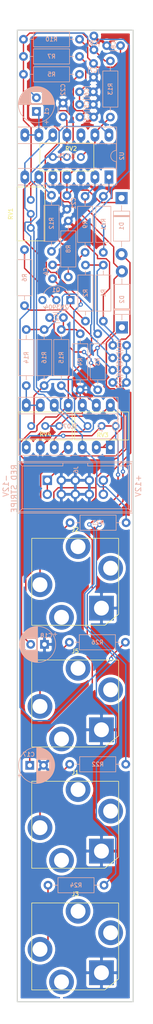
<source format=kicad_pcb>
(kicad_pcb (version 20171130) (host pcbnew "(5.1.9)-1")
  (layers (0 F.Cu signal) (31 B.Cu signal) (34 B.Paste user) (35 F.Paste user) (36 B.SilkS user) (37 F.SilkS user) (38 B.Mask user) (39 F.Mask user) (44 Edge.Cuts user))
  (net 0 "")
  (net 1 "Net-(R3-Pad2)")
  (net 2 "Net-(U2-Pad8)")
  (net 3 "Net-(C1-Pad1)")
  (net 4 GND)
  (net 5 "Net-(C2-Pad2)")
  (net 6 "Net-(C2-Pad1)")
  (net 7 "Net-(C3-Pad1)")
  (net 8 "Net-(C4-Pad2)")
  (net 9 "Net-(C4-Pad1)")
  (net 10 "Net-(C5-Pad1)")
  (net 11 "Net-(C7-Pad1)")
  (net 12 "Net-(C9-Pad1)")
  (net 13 "Net-(C10-Pad2)")
  (net 14 +12V)
  (net 15 -12V)
  (net 16 "Net-(D1-Pad2)")
  (net 17 "Net-(D2-Pad1)")
  (net 18 "Net-(J1-PadT)")
  (net 19 "Net-(J1-PadTN)")
  (net 20 "Net-(J2-PadT)")
  (net 21 "Net-(J2-PadTN)")
  (net 22 "Net-(J3-PadTN)")
  (net 23 "Net-(J3-PadT)")
  (net 24 "Net-(J5-PadTN)")
  (net 25 "Net-(J5-PadT)")
  (net 26 "Net-(Q1-Pad2)")
  (net 27 "Net-(Q1-Pad3)")
  (net 28 "Net-(R11-Pad2)")
  (net 29 "Net-(R11-Pad1)")
  (net 30 "Net-(R12-Pad1)")
  (net 31 "Net-(R13-Pad1)")
  (net 32 "Net-(R14-Pad1)")
  (net 33 "Net-(R15-Pad1)")
  (net 34 "Net-(R16-Pad1)")
  (net 35 /brown)
  (net 36 /white)
  (net 37 /violet)
  (net 38 /pink)
  (module ao_tht:Jack_6.35mm_PJ_629HAN (layer F.Cu) (at 29.0195 105.7275)
    (fp_text reference J2 (at 0 -9.5) (layer F.SilkS) (effects (font (size 0.75 0.75))))
    (fp_text value AudioJack2_SwitchT)
    (pad T thru_hole circle (at -6.4 0.5) (size 4.5 4.5) (drill 2.7) (layers *.Cu *.Mask) (net 20 "Net-(J2-PadT)"))
    (pad S thru_hole rect (at 4.74 4.74) (size 4.500001 4.500001) (drill 2.7) (layers *.Cu *.Mask) (net 4 GND))
    (pad R thru_hole circle (at 0.5 -6.4) (size 4.500001 4.500001) (drill 2.7) (layers *.Cu *.Mask))
    (pad TN thru_hole circle (at -2.5 6.4) (size 4.5 4.5) (drill 2.7) (layers *.Cu *.Mask) (net 21 "Net-(J2-PadTN)"))
    (pad RN thru_hole circle (at 6.4 -2.5) (size 4.500001 4.500001) (drill 2.7) (layers *.Cu *.Mask))
  )
  (module ao_tht:Jack_6.35mm_PJ_629HAN (layer F.Cu) (at 29.0195 149.733)
    (fp_text reference J1 (at 0 -9.5) (layer F.SilkS) (effects (font (size 0.75 0.75))))
    (fp_text value AudioJack2_SwitchT)
    (pad T thru_hole circle (at -6.4 0.5) (size 4.5 4.5) (drill 2.7) (layers *.Cu *.Mask) (net 18 "Net-(J1-PadT)"))
    (pad S thru_hole rect (at 4.74 4.74) (size 4.500001 4.500001) (drill 2.7) (layers *.Cu *.Mask) (net 4 GND))
    (pad R thru_hole circle (at 0.5 -6.4) (size 4.500001 4.500001) (drill 2.7) (layers *.Cu *.Mask))
    (pad TN thru_hole circle (at -2.5 6.4) (size 4.5 4.5) (drill 2.7) (layers *.Cu *.Mask) (net 19 "Net-(J1-PadTN)"))
    (pad RN thru_hole circle (at 6.4 -2.5) (size 4.500001 4.500001) (drill 2.7) (layers *.Cu *.Mask))
  )
  (module ao_tht:Jack_6.35mm_PJ_629HAN (layer F.Cu) (at 29.0195 171.7675)
    (fp_text reference J3 (at 0 -9.5) (layer F.SilkS) (effects (font (size 0.75 0.75))))
    (fp_text value AudioJack2_SwitchT)
    (pad RN thru_hole circle (at 6.4 -2.5) (size 4.500001 4.500001) (drill 2.7) (layers *.Cu *.Mask))
    (pad TN thru_hole circle (at -2.5 6.4) (size 4.5 4.5) (drill 2.7) (layers *.Cu *.Mask) (net 22 "Net-(J3-PadTN)"))
    (pad R thru_hole circle (at 0.5 -6.4) (size 4.500001 4.500001) (drill 2.7) (layers *.Cu *.Mask))
    (pad S thru_hole rect (at 4.74 4.74) (size 4.500001 4.500001) (drill 2.7) (layers *.Cu *.Mask) (net 4 GND))
    (pad T thru_hole circle (at -6.4 0.5) (size 4.5 4.5) (drill 2.7) (layers *.Cu *.Mask) (net 23 "Net-(J3-PadT)"))
  )
  (module ao_tht:Jack_6.35mm_PJ_629HAN (layer F.Cu) (at 29.0195 127.762)
    (fp_text reference J5 (at 0 -9.5) (layer F.SilkS) (effects (font (size 0.75 0.75))))
    (fp_text value AudioJack2_SwitchT)
    (pad RN thru_hole circle (at 6.4 -2.5) (size 4.500001 4.500001) (drill 2.7) (layers *.Cu *.Mask))
    (pad TN thru_hole circle (at -2.5 6.4) (size 4.5 4.5) (drill 2.7) (layers *.Cu *.Mask) (net 24 "Net-(J5-PadTN)"))
    (pad R thru_hole circle (at 0.5 -6.4) (size 4.500001 4.500001) (drill 2.7) (layers *.Cu *.Mask))
    (pad S thru_hole rect (at 4.74 4.74) (size 4.500001 4.500001) (drill 2.7) (layers *.Cu *.Mask) (net 4 GND))
    (pad T thru_hole circle (at -6.4 0.5) (size 4.5 4.5) (drill 2.7) (layers *.Cu *.Mask) (net 25 "Net-(J5-PadT)"))
  )
  (module ao_tht:C_Disc_D3.0mm_W1.6mm_P2.50mm (layer B.Cu) (at 35.814 62.865)
    (fp_text reference C1 (at 1.2065 0.0635 270) (layer B.SilkS) (effects (font (size 0.75 0.75)) (justify mirror)))
    (fp_text value 1uF)
    (pad 2 thru_hole circle (at 2.5 0) (size 1.6 1.6) (drill 0.8) (layers *.Cu *.Mask) (net 4 GND))
    (pad 1 thru_hole circle (at 0 0) (size 1.6 1.6) (drill 0.8) (layers *.Cu *.Mask) (net 3 "Net-(C1-Pad1)"))
  )
  (module ao_tht:CP_Radial_D6.3mm_P2.50mm (layer B.Cu) (at 21.971 20.5105 90)
    (fp_text reference c1 (at 0 1.8415 90) (layer B.SilkS) (effects (font (size 0.75 0.75)) (justify mirror)))
    (fp_text value 10uF)
    (pad 1 thru_hole rect (at 0 0 90) (size 1.6 1.6) (drill 0.8) (layers *.Cu *.Mask) (net 2 "Net-(U2-Pad8)"))
    (pad 2 thru_hole circle (at 2.5 0 90) (size 1.6 1.6) (drill 0.8) (layers *.Cu *.Mask) (net 1 "Net-(R3-Pad2)"))
  )
  (module ao_tht:C_Disc_D3.0mm_W1.6mm_P2.50mm (layer B.Cu) (at 26.8605 57.8485 180)
    (fp_text reference C2 (at 1.3335 0 270) (layer B.SilkS) (effects (font (size 0.75 0.75)) (justify mirror)))
    (fp_text value 3.3nF)
    (pad 1 thru_hole circle (at 0 0 180) (size 1.6 1.6) (drill 0.8) (layers *.Cu *.Mask) (net 6 "Net-(C2-Pad1)"))
    (pad 2 thru_hole circle (at 2.5 0 180) (size 1.6 1.6) (drill 0.8) (layers *.Cu *.Mask) (net 5 "Net-(C2-Pad2)"))
  )
  (module ao_tht:C_Disc_D3.0mm_W1.6mm_P2.50mm (layer B.Cu) (at 29.845 21.5265)
    (fp_text reference C3 (at 1.2065 -0.0635 270) (layer B.SilkS) (effects (font (size 0.75 0.75)) (justify mirror)))
    (fp_text value 1uF)
    (pad 2 thru_hole circle (at 2.5 0) (size 1.6 1.6) (drill 0.8) (layers *.Cu *.Mask) (net 4 GND))
    (pad 1 thru_hole circle (at 0 0) (size 1.6 1.6) (drill 0.8) (layers *.Cu *.Mask) (net 7 "Net-(C3-Pad1)"))
  )
  (module ao_tht:C_Disc_D3.0mm_W1.6mm_P2.50mm (layer B.Cu) (at 24.892 50.8 90)
    (fp_text reference C4 (at 1.3335 -1.2065 90) (layer B.SilkS) (effects (font (size 0.75 0.75)) (justify mirror)))
    (fp_text value 1uF)
    (pad 1 thru_hole circle (at 0 0 90) (size 1.6 1.6) (drill 0.8) (layers *.Cu *.Mask) (net 9 "Net-(C4-Pad1)"))
    (pad 2 thru_hole circle (at 2.5 0 90) (size 1.6 1.6) (drill 0.8) (layers *.Cu *.Mask) (net 8 "Net-(C4-Pad2)"))
  )
  (module ao_tht:C_Disc_D3.0mm_W1.6mm_P2.50mm (layer B.Cu) (at 29.7815 19.2405)
    (fp_text reference C5 (at 1.27 0 90) (layer B.SilkS) (effects (font (size 0.75 0.75)) (justify mirror)))
    (fp_text value 220nF)
    (pad 1 thru_hole circle (at 0 0) (size 1.6 1.6) (drill 0.8) (layers *.Cu *.Mask) (net 10 "Net-(C5-Pad1)"))
    (pad 2 thru_hole circle (at 2.5 0) (size 1.6 1.6) (drill 0.8) (layers *.Cu *.Mask) (net 4 GND))
  )
  (module ao_tht:C_Disc_D3.0mm_W1.6mm_P2.50mm (layer B.Cu) (at 29.7815 16.9545)
    (fp_text reference C6 (at 1.27 0.0635 90) (layer B.SilkS) (effects (font (size 0.75 0.75)) (justify mirror)))
    (fp_text value 47nF)
    (pad 1 thru_hole circle (at 0 0) (size 1.6 1.6) (drill 0.8) (layers *.Cu *.Mask) (net 10 "Net-(C5-Pad1)"))
    (pad 2 thru_hole circle (at 2.5 0) (size 1.6 1.6) (drill 0.8) (layers *.Cu *.Mask) (net 4 GND))
  )
  (module ao_tht:C_Disc_D3.0mm_W1.6mm_P2.50mm (layer B.Cu) (at 32.3215 11.811 270)
    (fp_text reference C7 (at 1.241999 0) (layer B.SilkS) (effects (font (size 0.75 0.75)) (justify mirror)))
    (fp_text value 47nF)
    (pad 2 thru_hole circle (at 2.5 0 270) (size 1.6 1.6) (drill 0.8) (layers *.Cu *.Mask) (net 4 GND))
    (pad 1 thru_hole circle (at 0 0 270) (size 1.6 1.6) (drill 0.8) (layers *.Cu *.Mask) (net 11 "Net-(C7-Pad1)"))
  )
  (module ao_tht:C_Disc_D3.0mm_W1.6mm_P2.50mm (layer B.Cu) (at 37.211 8.5725 180)
    (fp_text reference C8 (at 1.27 0.127 90) (layer B.SilkS) (effects (font (size 0.75 0.75)) (justify mirror)))
    (fp_text value 47nF)
    (pad 1 thru_hole circle (at 0 0 180) (size 1.6 1.6) (drill 0.8) (layers *.Cu *.Mask) (net 11 "Net-(C7-Pad1)"))
    (pad 2 thru_hole circle (at 2.5 0 180) (size 1.6 1.6) (drill 0.8) (layers *.Cu *.Mask) (net 4 GND))
  )
  (module ao_tht:C_Disc_D3.0mm_W1.6mm_P2.50mm (layer B.Cu) (at 32.385 9.3345 90)
    (fp_text reference C9 (at 1.2065 0 180) (layer B.SilkS) (effects (font (size 0.75 0.75)) (justify mirror)))
    (fp_text value 33nF)
    (pad 2 thru_hole circle (at 2.5 0 90) (size 1.6 1.6) (drill 0.8) (layers *.Cu *.Mask) (net 4 GND))
    (pad 1 thru_hole circle (at 0 0 90) (size 1.6 1.6) (drill 0.8) (layers *.Cu *.Mask) (net 12 "Net-(C9-Pad1)"))
  )
  (module ao_tht:C_Disc_D3.0mm_W1.6mm_P2.50mm (layer B.Cu) (at 38.2905 65.151 180)
    (fp_text reference C10 (at 1.258499 0.008001 270) (layer B.SilkS) (effects (font (size 0.75 0.75)) (justify mirror)))
    (fp_text value 1uF)
    (pad 2 thru_hole circle (at 2.5 0 180) (size 1.6 1.6) (drill 0.8) (layers *.Cu *.Mask) (net 13 "Net-(C10-Pad2)"))
    (pad 1 thru_hole circle (at 0 0 180) (size 1.6 1.6) (drill 0.8) (layers *.Cu *.Mask) (net 4 GND))
  )
  (module ao_tht:CP_Radial_D6.3mm_P2.50mm (layer B.Cu) (at 20.7645 138.938)
    (fp_text reference C17 (at -0.1905 -1.9685) (layer B.SilkS) (effects (font (size 0.75 0.75)) (justify mirror)))
    (fp_text value 10uF)
    (pad 1 thru_hole rect (at 0 0) (size 1.6 1.6) (drill 0.8) (layers *.Cu *.Mask) (net 14 +12V))
    (pad 2 thru_hole circle (at 2.5 0) (size 1.6 1.6) (drill 0.8) (layers *.Cu *.Mask) (net 4 GND))
  )
  (module ao_tht:CP_Radial_D6.3mm_P2.50mm (layer B.Cu) (at 23.4315 117.0305 180)
    (fp_text reference C18 (at -0.3175 1.5875) (layer B.SilkS) (effects (font (size 0.75 0.75)) (justify mirror)))
    (fp_text value 10uF)
    (pad 2 thru_hole circle (at 2.5 0 180) (size 1.6 1.6) (drill 0.8) (layers *.Cu *.Mask) (net 15 -12V))
    (pad 1 thru_hole rect (at 0 0 180) (size 1.6 1.6) (drill 0.8) (layers *.Cu *.Mask) (net 4 GND))
  )
  (module ao_tht:C_Disc_D3.0mm_W1.6mm_P2.50mm (layer B.Cu) (at 27.4955 38.227 90)
    (fp_text reference C21 (at 1.0795 1.2065 90) (layer B.SilkS) (effects (font (size 0.75 0.75)) (justify mirror)))
    (fp_text value 0.1uF)
    (pad 1 thru_hole circle (at 0 0 90) (size 1.6 1.6) (drill 0.8) (layers *.Cu *.Mask) (net 4 GND))
    (pad 2 thru_hole circle (at 2.5 0 90) (size 1.6 1.6) (drill 0.8) (layers *.Cu *.Mask) (net 14 +12V))
  )
  (module ao_tht:C_Disc_D3.0mm_W1.6mm_P2.50mm (layer B.Cu) (at 26.797 18.9865 270)
    (fp_text reference C22 (at -2.413 0 90) (layer B.SilkS) (effects (font (size 0.75 0.75)) (justify mirror)))
    (fp_text value 0.1uF)
    (pad 1 thru_hole circle (at 0 0 270) (size 1.6 1.6) (drill 0.8) (layers *.Cu *.Mask) (net 4 GND))
    (pad 2 thru_hole circle (at 2.5 0 270) (size 1.6 1.6) (drill 0.8) (layers *.Cu *.Mask) (net 15 -12V))
  )
  (module ao_tht:C_Disc_D3.0mm_W1.6mm_P2.50mm (layer B.Cu) (at 38.2905 69.596 180)
    (fp_text reference C23 (at 1.2065 0 270) (layer B.SilkS) (effects (font (size 0.75 0.75)) (justify mirror)))
    (fp_text value 0.1uF)
    (pad 2 thru_hole circle (at 2.5 0 180) (size 1.6 1.6) (drill 0.8) (layers *.Cu *.Mask) (net 14 +12V))
    (pad 1 thru_hole circle (at 0 0 180) (size 1.6 1.6) (drill 0.8) (layers *.Cu *.Mask) (net 4 GND))
  )
  (module ao_tht:C_Disc_D3.0mm_W1.6mm_P2.50mm (layer B.Cu) (at 38.2905 67.3735 180)
    (fp_text reference C24 (at 1.27 0 270) (layer B.SilkS) (effects (font (size 0.75 0.75)) (justify mirror)))
    (fp_text value 0.1uF)
    (pad 2 thru_hole circle (at 2.5 0 180) (size 1.6 1.6) (drill 0.8) (layers *.Cu *.Mask) (net 15 -12V))
    (pad 1 thru_hole circle (at 0 0 180) (size 1.6 1.6) (drill 0.8) (layers *.Cu *.Mask) (net 4 GND))
  )
  (module ao_tht:D_DO-41_SOD81_P10.16mm_Horizontal (layer B.Cu) (at 37.4015 36.195 270)
    (fp_text reference D1 (at 5.08 0 270) (layer B.SilkS) (effects (font (size 0.75 0.75)) (justify mirror)))
    (fp_text value 1N5817)
    (pad 1 thru_hole rect (at 0 0 270) (size 2.2 2.2) (drill 1.1) (layers *.Cu *.Mask) (net 14 +12V))
    (pad 2 thru_hole oval (at 10.16 0 270) (size 2.2 2.2) (drill 1.1) (layers *.Cu *.Mask) (net 16 "Net-(D1-Pad2)"))
  )
  (module ao_tht:D_DO-41_SOD81_P10.16mm_Horizontal (layer B.Cu) (at 37.465 59.6265 90)
    (fp_text reference D2 (at 5.08 0 270) (layer B.SilkS) (effects (font (size 0.75 0.75)) (justify mirror)))
    (fp_text value 1N5817)
    (pad 2 thru_hole oval (at 10.16 0 90) (size 2.2 2.2) (drill 1.1) (layers *.Cu *.Mask) (net 15 -12V))
    (pad 1 thru_hole rect (at 0 0 90) (size 2.2 2.2) (drill 1.1) (layers *.Cu *.Mask) (net 17 "Net-(D2-Pad1)"))
  )
  (module ao_tht:Power_Header (layer B.Cu) (at 23.9395 87.3125 270)
    (fp_text reference J6 (at -1.905 -5.207 270) (layer B.SilkS) (effects (font (size 0.75 0.75)) (justify mirror)))
    (fp_text value Synth_power_2x5_passive)
    (fp_text user +12V (at 1 -16.5 270) (layer B.SilkS) (effects (justify mirror)))
    (fp_text user -12V (at 1 7.5 270) (layer B.SilkS) (effects (justify mirror)))
    (fp_text user "RED STRIPE" (at 1.5 6 270) (layer B.SilkS) (effects (justify mirror)))
    (pad 1 thru_hole rect (at 0 0 270) (size 1.7272 1.7272) (drill 1.016) (layers *.Cu *.Mask) (net 17 "Net-(D2-Pad1)"))
    (pad 2 thru_hole oval (at 2.54 0 270) (size 1.7272 1.7272) (drill 1.016) (layers *.Cu *.Mask) (net 17 "Net-(D2-Pad1)"))
    (pad 3 thru_hole oval (at 0 -2.54 270) (size 1.7272 1.7272) (drill 1.016) (layers *.Cu *.Mask) (net 4 GND))
    (pad 4 thru_hole oval (at 2.54 -2.54 270) (size 1.7272 1.7272) (drill 1.016) (layers *.Cu *.Mask) (net 4 GND))
    (pad 5 thru_hole oval (at 0 -5.08 270) (size 1.7272 1.7272) (drill 1.016) (layers *.Cu *.Mask) (net 4 GND))
    (pad 6 thru_hole oval (at 2.54 -5.08 270) (size 1.7272 1.7272) (drill 1.016) (layers *.Cu *.Mask) (net 4 GND))
    (pad 7 thru_hole oval (at 0 -7.62 270) (size 1.7272 1.7272) (drill 1.016) (layers *.Cu *.Mask) (net 4 GND))
    (pad 8 thru_hole oval (at 2.54 -7.62 270) (size 1.7272 1.7272) (drill 1.016) (layers *.Cu *.Mask) (net 4 GND))
    (pad 9 thru_hole oval (at 0 -10.16 270) (size 1.7272 1.7272) (drill 1.016) (layers *.Cu *.Mask) (net 16 "Net-(D1-Pad2)"))
    (pad 10 thru_hole oval (at 2.54 -10.16 270) (size 1.7272 1.7272) (drill 1.016) (layers *.Cu *.Mask) (net 16 "Net-(D1-Pad2)"))
  )
  (module ao_tht:TO-92_Inline_Wide (layer B.Cu) (at 28.1305 54.6735 180)
    (fp_text reference Q1 (at 2.6035 1.8415) (layer B.SilkS) (effects (font (size 0.75 0.75)) (justify mirror)))
    (fp_text value 2N3904)
    (fp_text user %V (at 2.54 -1.27) (layer B.SilkS) (effects (font (size 0.75 0.75)) (justify mirror)))
    (pad 2 thru_hole circle (at 2.54 0 90) (size 1.5 1.5) (drill 0.8) (layers *.Cu *.Mask) (net 26 "Net-(Q1-Pad2)"))
    (pad 3 thru_hole circle (at 5.08 0 90) (size 1.5 1.5) (drill 0.8) (layers *.Cu *.Mask) (net 27 "Net-(Q1-Pad3)"))
    (pad 1 thru_hole rect (at 0 0 90) (size 1.5 1.5) (drill 0.8) (layers *.Cu *.Mask) (net 9 "Net-(C4-Pad1)"))
  )
  (module ao_tht:R_Axial_DIN0207_L6.3mm_D2.5mm_P10.16mm_Horizontal (layer B.Cu) (at 34.0995 48.3235 270)
    (fp_text reference R1 (at 5.08 0 90) (layer B.SilkS) (effects (font (size 0.75 0.75)) (justify mirror)))
    (fp_text value 470k)
    (pad 1 thru_hole circle (at 0 0 270) (size 1.6 1.6) (drill 0.8) (layers *.Cu *.Mask) (net 3 "Net-(C1-Pad1)"))
    (pad 2 thru_hole oval (at 10.16 0 270) (size 1.6 1.6) (drill 0.8) (layers *.Cu *.Mask) (net 14 +12V))
  )
  (module ao_tht:R_Axial_DIN0207_L6.3mm_D2.5mm_P10.16mm_Horizontal (layer B.Cu) (at 30.861 58.4835 90)
    (fp_text reference R2 (at 5.08 0 90) (layer B.SilkS) (effects (font (size 0.75 0.75)) (justify mirror)))
    (fp_text value 470k)
    (pad 2 thru_hole oval (at 10.16 0 90) (size 1.6 1.6) (drill 0.8) (layers *.Cu *.Mask) (net 3 "Net-(C1-Pad1)"))
    (pad 1 thru_hole circle (at 0 0 90) (size 1.6 1.6) (drill 0.8) (layers *.Cu *.Mask) (net 9 "Net-(C4-Pad1)"))
  )
  (module ao_tht:R_Axial_DIN0207_L6.3mm_D2.5mm_P10.16mm_Horizontal (layer B.Cu) (at 33.0835 70.9295 90)
    (fp_text reference R3 (at 5.08 0 90) (layer B.SilkS) (effects (font (size 0.75 0.75)) (justify mirror)))
    (fp_text value 6k8)
    (pad 2 thru_hole oval (at 10.16 0 90) (size 1.6 1.6) (drill 0.8) (layers *.Cu *.Mask) (net 1 "Net-(R3-Pad2)"))
    (pad 1 thru_hole circle (at 0 0 90) (size 1.6 1.6) (drill 0.8) (layers *.Cu *.Mask) (net 12 "Net-(C9-Pad1)"))
  )
  (module ao_tht:R_Axial_DIN0207_L6.3mm_D2.5mm_P10.16mm_Horizontal (layer B.Cu) (at 29.9085 70.9295 90)
    (fp_text reference R4 (at 5.08 0 90) (layer B.SilkS) (effects (font (size 0.75 0.75)) (justify mirror)))
    (fp_text value 10k)
    (pad 1 thru_hole circle (at 0 0 90) (size 1.6 1.6) (drill 0.8) (layers *.Cu *.Mask) (net 4 GND))
    (pad 2 thru_hole oval (at 10.16 0 90) (size 1.6 1.6) (drill 0.8) (layers *.Cu *.Mask) (net 6 "Net-(C2-Pad1)"))
  )
  (module ao_tht:R_Axial_DIN0207_L6.3mm_D2.5mm_P10.16mm_Horizontal (layer B.Cu) (at 29.7815 13.7795 180)
    (fp_text reference R5 (at 5.08 0) (layer B.SilkS) (effects (font (size 0.75 0.75)) (justify mirror)))
    (fp_text value 3k)
    (pad 2 thru_hole oval (at 10.16 0 180) (size 1.6 1.6) (drill 0.8) (layers *.Cu *.Mask) (net 12 "Net-(C9-Pad1)"))
    (pad 1 thru_hole circle (at 0 0 180) (size 1.6 1.6) (drill 0.8) (layers *.Cu *.Mask) (net 7 "Net-(C3-Pad1)"))
  )
  (module ao_tht:R_Axial_DIN0207_L6.3mm_D2.5mm_P10.16mm_Horizontal (layer B.Cu) (at 19.812 55.6895 90)
    (fp_text reference R6 (at 5.08 0 90) (layer B.SilkS) (effects (font (size 0.75 0.75)) (justify mirror)))
    (fp_text value 10k)
    (pad 1 thru_hole circle (at 0 0 90) (size 1.6 1.6) (drill 0.8) (layers *.Cu *.Mask) (net 15 -12V))
    (pad 2 thru_hole oval (at 10.16 0 90) (size 1.6 1.6) (drill 0.8) (layers *.Cu *.Mask) (net 26 "Net-(Q1-Pad2)"))
  )
  (module ao_tht:R_Axial_DIN0207_L6.3mm_D2.5mm_P10.16mm_Horizontal (layer B.Cu) (at 29.7815 10.541 180)
    (fp_text reference R7 (at 5.08 0) (layer B.SilkS) (effects (font (size 0.75 0.75)) (justify mirror)))
    (fp_text value 1k)
    (pad 2 thru_hole oval (at 10.16 0 180) (size 1.6 1.6) (drill 0.8) (layers *.Cu *.Mask) (net 12 "Net-(C9-Pad1)"))
    (pad 1 thru_hole circle (at 0 0 180) (size 1.6 1.6) (drill 0.8) (layers *.Cu *.Mask) (net 10 "Net-(C5-Pad1)"))
  )
  (module ao_tht:R_Axial_DIN0207_L6.3mm_D2.5mm_P10.16mm_Horizontal (layer B.Cu) (at 27.7495 40.3225 270)
    (fp_text reference R8 (at 5.08 0 90) (layer B.SilkS) (effects (font (size 0.75 0.75)) (justify mirror)))
    (fp_text value 470k)
    (pad 2 thru_hole oval (at 10.16 0 270) (size 1.6 1.6) (drill 0.8) (layers *.Cu *.Mask) (net 8 "Net-(C4-Pad2)"))
    (pad 1 thru_hole circle (at 0 0 270) (size 1.6 1.6) (drill 0.8) (layers *.Cu *.Mask) (net 4 GND))
  )
  (module ao_tht:R_Axial_DIN0207_L6.3mm_D2.5mm_P10.16mm_Horizontal (layer B.Cu) (at 30.7975 35.8775 270)
    (fp_text reference R9 (at 5.08 0 90) (layer B.SilkS) (effects (font (size 0.75 0.75)) (justify mirror)))
    (fp_text value 10k)
    (pad 1 thru_hole circle (at 0 0 270) (size 1.6 1.6) (drill 0.8) (layers *.Cu *.Mask) (net 28 "Net-(R11-Pad2)"))
    (pad 2 thru_hole oval (at 10.16 0 270) (size 1.6 1.6) (drill 0.8) (layers *.Cu *.Mask) (net 8 "Net-(C4-Pad2)"))
  )
  (module ao_tht:R_Axial_DIN0207_L6.3mm_D2.5mm_P10.16mm_Horizontal (layer B.Cu) (at 29.7815 7.4295 180)
    (fp_text reference R10 (at 5.08 0) (layer B.SilkS) (effects (font (size 0.75 0.75)) (justify mirror)))
    (fp_text value 300)
    (pad 1 thru_hole circle (at 0 0 180) (size 1.6 1.6) (drill 0.8) (layers *.Cu *.Mask) (net 11 "Net-(C7-Pad1)"))
    (pad 2 thru_hole oval (at 10.16 0 180) (size 1.6 1.6) (drill 0.8) (layers *.Cu *.Mask) (net 12 "Net-(C9-Pad1)"))
  )
  (module ao_tht:R_Axial_DIN0207_L6.3mm_D2.5mm_P10.16mm_Horizontal (layer B.Cu) (at 34.0995 35.8775 270)
    (fp_text reference R11 (at 5.08 0 90) (layer B.SilkS) (effects (font (size 0.75 0.75)) (justify mirror)))
    (fp_text value 2.2M)
    (pad 2 thru_hole oval (at 10.16 0 270) (size 1.6 1.6) (drill 0.8) (layers *.Cu *.Mask) (net 28 "Net-(R11-Pad2)"))
    (pad 1 thru_hole circle (at 0 0 270) (size 1.6 1.6) (drill 0.8) (layers *.Cu *.Mask) (net 29 "Net-(R11-Pad1)"))
  )
  (module ao_tht:R_Axial_DIN0207_L6.3mm_D2.5mm_P10.16mm_Horizontal (layer B.Cu) (at 24.7015 35.687 270)
    (fp_text reference R12 (at 5.08 0 90) (layer B.SilkS) (effects (font (size 0.75 0.75)) (justify mirror)))
    (fp_text value 10k)
    (pad 1 thru_hole circle (at 0 0 270) (size 1.6 1.6) (drill 0.8) (layers *.Cu *.Mask) (net 30 "Net-(R12-Pad1)"))
    (pad 2 thru_hole oval (at 10.16 0 270) (size 1.6 1.6) (drill 0.8) (layers *.Cu *.Mask) (net 29 "Net-(R11-Pad1)"))
  )
  (module ao_tht:R_Axial_DIN0207_L6.3mm_D2.5mm_P10.16mm_Horizontal (layer B.Cu) (at 35.3695 21.5265 90)
    (fp_text reference R13 (at 5.08 0 90) (layer B.SilkS) (effects (font (size 0.75 0.75)) (justify mirror)))
    (fp_text value 10k)
    (pad 2 thru_hole oval (at 10.16 0 90) (size 1.6 1.6) (drill 0.8) (layers *.Cu *.Mask) (net 12 "Net-(C9-Pad1)"))
    (pad 1 thru_hole circle (at 0 0 90) (size 1.6 1.6) (drill 0.8) (layers *.Cu *.Mask) (net 31 "Net-(R13-Pad1)"))
  )
  (module ao_tht:R_Axial_DIN0207_L6.3mm_D2.5mm_P10.16mm_Horizontal (layer B.Cu) (at 20.1295 70.1675 90)
    (fp_text reference R14 (at 5.08 0 90) (layer B.SilkS) (effects (font (size 0.75 0.75)) (justify mirror)))
    (fp_text value 10k)
    (pad 1 thru_hole circle (at 0 0 90) (size 1.6 1.6) (drill 0.8) (layers *.Cu *.Mask) (net 32 "Net-(R14-Pad1)"))
    (pad 2 thru_hole oval (at 10.16 0 90) (size 1.6 1.6) (drill 0.8) (layers *.Cu *.Mask) (net 13 "Net-(C10-Pad2)"))
  )
  (module ao_tht:R_Axial_DIN0207_L6.3mm_D2.5mm_P10.16mm_Horizontal (layer B.Cu) (at 26.4795 70.1675 90)
    (fp_text reference R15 (at 5.08 0 90) (layer B.SilkS) (effects (font (size 0.75 0.75)) (justify mirror)))
    (fp_text value 10k)
    (pad 2 thru_hole oval (at 10.16 0 90) (size 1.6 1.6) (drill 0.8) (layers *.Cu *.Mask) (net 6 "Net-(C2-Pad1)"))
    (pad 1 thru_hole circle (at 0 0 90) (size 1.6 1.6) (drill 0.8) (layers *.Cu *.Mask) (net 33 "Net-(R15-Pad1)"))
  )
  (module ao_tht:R_Axial_DIN0207_L6.3mm_D2.5mm_P10.16mm_Horizontal (layer B.Cu) (at 23.368 70.1675 90)
    (fp_text reference R16 (at 5.08 0 90) (layer B.SilkS) (effects (font (size 0.75 0.75)) (justify mirror)))
    (fp_text value 10k)
    (pad 1 thru_hole circle (at 0 0 90) (size 1.6 1.6) (drill 0.8) (layers *.Cu *.Mask) (net 34 "Net-(R16-Pad1)"))
    (pad 2 thru_hole oval (at 10.16 0 90) (size 1.6 1.6) (drill 0.8) (layers *.Cu *.Mask) (net 13 "Net-(C10-Pad2)"))
  )
  (module ao_tht:R_Axial_DIN0207_L6.3mm_D2.5mm_P10.16mm_Horizontal (layer B.Cu) (at 28.0035 138.7475)
    (fp_text reference R22 (at 5.08 0) (layer B.SilkS) (effects (font (size 0.75 0.75)) (justify mirror)))
    (fp_text value 1k)
    (pad 1 thru_hole circle (at 0 0) (size 1.6 1.6) (drill 0.8) (layers *.Cu *.Mask) (net 18 "Net-(J1-PadT)"))
    (pad 2 thru_hole oval (at 10.16 0) (size 1.6 1.6) (drill 0.8) (layers *.Cu *.Mask) (net 35 /brown))
  )
  (module ao_tht:R_Axial_DIN0207_L6.3mm_D2.5mm_P10.16mm_Horizontal (layer B.Cu) (at 28.067 94.996)
    (fp_text reference R23 (at 5.08 0) (layer B.SilkS) (effects (font (size 0.75 0.75)) (justify mirror)))
    (fp_text value 1k)
    (pad 2 thru_hole oval (at 10.16 0) (size 1.6 1.6) (drill 0.8) (layers *.Cu *.Mask) (net 36 /white))
    (pad 1 thru_hole circle (at 0 0) (size 1.6 1.6) (drill 0.8) (layers *.Cu *.Mask) (net 20 "Net-(J2-PadT)"))
  )
  (module ao_tht:R_Axial_DIN0207_L6.3mm_D2.5mm_P10.16mm_Horizontal (layer B.Cu) (at 24.0665 160.655)
    (fp_text reference R24 (at 5.08 0) (layer B.SilkS) (effects (font (size 0.75 0.75)) (justify mirror)))
    (fp_text value 1k)
    (pad 2 thru_hole oval (at 10.16 0) (size 1.6 1.6) (drill 0.8) (layers *.Cu *.Mask) (net 37 /violet))
    (pad 1 thru_hole circle (at 0 0) (size 1.6 1.6) (drill 0.8) (layers *.Cu *.Mask) (net 23 "Net-(J3-PadT)"))
  )
  (module ao_tht:R_Axial_DIN0207_L6.3mm_D2.5mm_P10.16mm_Horizontal (layer B.Cu) (at 27.94 116.6495)
    (fp_text reference R26 (at 5.08 0) (layer B.SilkS) (effects (font (size 0.75 0.75)) (justify mirror)))
    (fp_text value 1k)
    (pad 1 thru_hole circle (at 0 0) (size 1.6 1.6) (drill 0.8) (layers *.Cu *.Mask) (net 25 "Net-(J5-PadT)"))
    (pad 2 thru_hole oval (at 10.16 0) (size 1.6 1.6) (drill 0.8) (layers *.Cu *.Mask) (net 38 /pink))
  )
  (module ao_tht:Potentiometer_Bourns_3296W_Vertical_screw_centered (layer F.Cu) (at 22.098 35.56 90)
    (fp_text reference RV1 (at -3.5 -4.81 90) (layer F.SilkS) (effects (font (size 0.75 0.75))))
    (fp_text value 1M)
    (pad 1 thru_hole circle (at -0.96 -1.15 90) (size 1.44 1.44) (drill 0.8) (layers *.Cu *.Mask) (net 30 "Net-(R12-Pad1)"))
    (pad 2 thru_hole circle (at -3.5 -1.15 90) (size 1.44 1.44) (drill 0.8) (layers *.Cu *.Mask) (net 36 /white))
    (pad 3 thru_hole circle (at -6.04 -1.15 90) (size 1.44 1.44) (drill 0.8) (layers *.Cu *.Mask) (net 36 /white))
  )
  (module ao_tht:Potentiometer_Bourns_3296W_Vertical_screw_centered (layer F.Cu) (at 30.988 29.9085)
    (fp_text reference RV2 (at -2.7305 -2.667 180) (layer F.SilkS) (effects (font (size 0.75 0.75))))
    (fp_text value 1M)
    (pad 3 thru_hole circle (at -6.04 -1.15) (size 1.44 1.44) (drill 0.8) (layers *.Cu *.Mask) (net 38 /pink))
    (pad 2 thru_hole circle (at -3.5 -1.15) (size 1.44 1.44) (drill 0.8) (layers *.Cu *.Mask) (net 38 /pink))
    (pad 1 thru_hole circle (at -0.96 -1.15) (size 1.44 1.44) (drill 0.8) (layers *.Cu *.Mask) (net 31 "Net-(R13-Pad1)"))
  )
  (module ao_tht:Potentiometer_Bourns_3296W_Vertical_screw_centered (layer F.Cu) (at 30.2895 76.327 180)
    (fp_text reference RV3 (at -3.683 -2.794) (layer F.SilkS) (effects (font (size 0.75 0.75))))
    (fp_text value 1M)
    (pad 1 thru_hole circle (at -0.96 -1.15 180) (size 1.44 1.44) (drill 0.8) (layers *.Cu *.Mask) (net 33 "Net-(R15-Pad1)"))
    (pad 2 thru_hole circle (at -3.5 -1.15 180) (size 1.44 1.44) (drill 0.8) (layers *.Cu *.Mask) (net 37 /violet))
    (pad 3 thru_hole circle (at -6.04 -1.15 180) (size 1.44 1.44) (drill 0.8) (layers *.Cu *.Mask) (net 37 /violet))
  )
  (module ao_tht:Potentiometer_Bourns_3296W_Vertical_screw_centered (layer F.Cu) (at 20.066 76.327 180)
    (fp_text reference RV4 (at -3.556 -2.667) (layer F.SilkS) (effects (font (size 0.75 0.75))))
    (fp_text value 1M)
    (pad 3 thru_hole circle (at -6.04 -1.15 180) (size 1.44 1.44) (drill 0.8) (layers *.Cu *.Mask) (net 35 /brown))
    (pad 2 thru_hole circle (at -3.5 -1.15 180) (size 1.44 1.44) (drill 0.8) (layers *.Cu *.Mask) (net 35 /brown))
    (pad 1 thru_hole circle (at -0.96 -1.15 180) (size 1.44 1.44) (drill 0.8) (layers *.Cu *.Mask) (net 34 "Net-(R16-Pad1)"))
  )
  (module ao_tht:DIP-14_W7.62mm_Socket_LongPads (layer B.Cu) (at 35.3695 81.3435 90)
    (fp_text reference U1 (at 3.4925 -1.8415 90) (layer B.SilkS) (effects (font (size 0.75 0.75)) (justify mirror)))
    (fp_text value TL074)
    (fp_text user %V (at 3.81 -7.62 180) (layer B.SilkS) (effects (font (size 0.75 0.75)) (justify mirror)))
    (pad 1 thru_hole rect (at 0 0 90) (size 2.4 1.6) (drill 0.8) (layers *.Cu *.Mask) (net 5 "Net-(C2-Pad2)"))
    (pad 8 thru_hole oval (at 7.62 -15.24 90) (size 2.4 1.6) (drill 0.8) (layers *.Cu *.Mask) (net 32 "Net-(R14-Pad1)"))
    (pad 2 thru_hole oval (at 0 -2.54 90) (size 2.4 1.6) (drill 0.8) (layers *.Cu *.Mask) (net 5 "Net-(C2-Pad2)"))
    (pad 9 thru_hole oval (at 7.62 -12.7 90) (size 2.4 1.6) (drill 0.8) (layers *.Cu *.Mask) (net 32 "Net-(R14-Pad1)"))
    (pad 3 thru_hole oval (at 0 -5.08 90) (size 2.4 1.6) (drill 0.8) (layers *.Cu *.Mask) (net 36 /white))
    (pad 10 thru_hole oval (at 7.62 -10.16 90) (size 2.4 1.6) (drill 0.8) (layers *.Cu *.Mask) (net 36 /white))
    (pad 4 thru_hole oval (at 0 -7.62 90) (size 2.4 1.6) (drill 0.8) (layers *.Cu *.Mask) (net 14 +12V))
    (pad 11 thru_hole oval (at 7.62 -7.62 90) (size 2.4 1.6) (drill 0.8) (layers *.Cu *.Mask) (net 15 -12V))
    (pad 5 thru_hole oval (at 0 -10.16 90) (size 2.4 1.6) (drill 0.8) (layers *.Cu *.Mask) (net 33 "Net-(R15-Pad1)"))
    (pad 12 thru_hole oval (at 7.62 -5.08 90) (size 2.4 1.6) (drill 0.8) (layers *.Cu *.Mask) (net 4 GND))
    (pad 6 thru_hole oval (at 0 -12.7 90) (size 2.4 1.6) (drill 0.8) (layers *.Cu *.Mask) (net 4 GND))
    (pad 13 thru_hole oval (at 7.62 -2.54 90) (size 2.4 1.6) (drill 0.8) (layers *.Cu *.Mask) (net 34 "Net-(R16-Pad1)"))
    (pad 7 thru_hole oval (at 0 -15.24 90) (size 2.4 1.6) (drill 0.8) (layers *.Cu *.Mask) (net 37 /violet))
    (pad 14 thru_hole oval (at 7.62 0 90) (size 2.4 1.6) (drill 0.8) (layers *.Cu *.Mask) (net 35 /brown))
  )
  (module ao_tht:DIP-14_W7.62mm_Socket_LongPads (layer B.Cu) (at 35.1155 32.385 90)
    (fp_text reference U2 (at 3.81 2.33 90) (layer B.SilkS) (effects (font (size 0.75 0.75)) (justify mirror)))
    (fp_text value TL074)
    (fp_text user %V (at 3.81 -7.62 180) (layer B.SilkS) (effects (font (size 0.75 0.75)) (justify mirror)))
    (pad 14 thru_hole oval (at 7.62 0 90) (size 2.4 1.6) (drill 0.8) (layers *.Cu *.Mask) (net 38 /pink))
    (pad 7 thru_hole oval (at 0 -15.24 90) (size 2.4 1.6) (drill 0.8) (layers *.Cu *.Mask) (net 36 /white))
    (pad 13 thru_hole oval (at 7.62 -2.54 90) (size 2.4 1.6) (drill 0.8) (layers *.Cu *.Mask) (net 31 "Net-(R13-Pad1)"))
    (pad 6 thru_hole oval (at 0 -12.7 90) (size 2.4 1.6) (drill 0.8) (layers *.Cu *.Mask) (net 30 "Net-(R12-Pad1)"))
    (pad 12 thru_hole oval (at 7.62 -5.08 90) (size 2.4 1.6) (drill 0.8) (layers *.Cu *.Mask) (net 4 GND))
    (pad 5 thru_hole oval (at 0 -10.16 90) (size 2.4 1.6) (drill 0.8) (layers *.Cu *.Mask) (net 4 GND))
    (pad 11 thru_hole oval (at 7.62 -7.62 90) (size 2.4 1.6) (drill 0.8) (layers *.Cu *.Mask) (net 15 -12V))
    (pad 4 thru_hole oval (at 0 -7.62 90) (size 2.4 1.6) (drill 0.8) (layers *.Cu *.Mask) (net 14 +12V))
    (pad 10 thru_hole oval (at 7.62 -10.16 90) (size 2.4 1.6) (drill 0.8) (layers *.Cu *.Mask) (net 36 /white))
    (pad 3 thru_hole oval (at 0 -5.08 90) (size 2.4 1.6) (drill 0.8) (layers *.Cu *.Mask) (net 4 GND))
    (pad 9 thru_hole oval (at 7.62 -12.7 90) (size 2.4 1.6) (drill 0.8) (layers *.Cu *.Mask) (net 2 "Net-(U2-Pad8)"))
    (pad 2 thru_hole oval (at 0 -2.54 90) (size 2.4 1.6) (drill 0.8) (layers *.Cu *.Mask) (net 28 "Net-(R11-Pad2)"))
    (pad 8 thru_hole oval (at 7.62 -15.24 90) (size 2.4 1.6) (drill 0.8) (layers *.Cu *.Mask) (net 2 "Net-(U2-Pad8)"))
    (pad 1 thru_hole rect (at 0 0 90) (size 2.4 1.6) (drill 0.8) (layers *.Cu *.Mask) (net 29 "Net-(R11-Pad1)"))
  )
  (gr_line (start 18.500384 5.768272) (end 18.500384 181.768272) (layer Edge.Cuts) (width 0.2))
  (gr_line (start 18.500384 181.768272) (end 39.500384 181.768272) (layer Edge.Cuts) (width 0.2))
  (gr_line (start 39.500384 181.768272) (end 39.500384 5.768272) (layer Edge.Cuts) (width 0.2))
  (gr_line (start 39.500384 5.768272) (end 18.500384 5.768272) (layer Edge.Cuts) (width 0.2))
  (segment (start 20.8915 16.931) (end 21.971 18.0105) (width 0.25) (layer B.Cu) (net 1))
  (segment (start 20.8915 7.366) (end 20.8915 16.931) (width 0.25) (layer B.Cu) (net 1))
  (segment (start 21.953001 6.304499) (end 20.8915 7.366) (width 0.25) (layer B.Cu) (net 1))
  (segment (start 30.561499 6.304499) (end 21.953001 6.304499) (width 0.25) (layer B.Cu) (net 1))
  (segment (start 33.0835 60.7695) (end 32.436012 60.122012) (width 0.25) (layer B.Cu) (net 1))
  (segment (start 32.436012 60.122012) (end 32.436012 39.20599) (width 0.25) (layer B.Cu) (net 1))
  (segment (start 38.7985 31.287002) (end 38.7985 8.494998) (width 0.25) (layer B.Cu) (net 1))
  (segment (start 32.436012 39.20599) (end 35.565511 36.076491) (width 0.25) (layer B.Cu) (net 1))
  (segment (start 31.259999 7.356497) (end 31.259999 7.002999) (width 0.25) (layer B.Cu) (net 1))
  (segment (start 35.565511 34.519991) (end 38.7985 31.287002) (width 0.25) (layer B.Cu) (net 1))
  (segment (start 31.259999 7.002999) (end 30.561499 6.304499) (width 0.25) (layer B.Cu) (net 1))
  (segment (start 35.565511 36.076491) (end 35.565511 34.519991) (width 0.25) (layer B.Cu) (net 1))
  (segment (start 38.7985 8.494998) (end 37.751001 7.447499) (width 0.25) (layer B.Cu) (net 1))
  (segment (start 37.751001 7.447499) (end 33.437003 7.447499) (width 0.25) (layer B.Cu) (net 1))
  (segment (start 33.437003 7.447499) (end 32.675003 8.209499) (width 0.25) (layer B.Cu) (net 1))
  (segment (start 32.113001 8.209499) (end 31.259999 7.356497) (width 0.25) (layer B.Cu) (net 1))
  (segment (start 32.675003 8.209499) (end 32.113001 8.209499) (width 0.25) (layer B.Cu) (net 1))
  (segment (start 19.8755 24.765) (end 22.4155 24.765) (width 0.25) (layer B.Cu) (net 2))
  (segment (start 22.4155 20.955) (end 21.971 20.5105) (width 0.25) (layer B.Cu) (net 2))
  (segment (start 22.4155 24.765) (end 22.4155 20.955) (width 0.25) (layer B.Cu) (net 2))
  (segment (start 30.861 48.3235) (end 34.0995 48.3235) (width 0.25) (layer F.Cu) (net 3))
  (segment (start 32.974499 49.448501) (end 34.0995 48.3235) (width 0.25) (layer B.Cu) (net 3))
  (segment (start 32.974499 58.995497) (end 32.974499 49.448501) (width 0.25) (layer B.Cu) (net 3))
  (segment (start 35.814 61.834998) (end 32.974499 58.995497) (width 0.25) (layer B.Cu) (net 3))
  (segment (start 35.814 62.865) (end 35.814 61.834998) (width 0.25) (layer B.Cu) (net 3))
  (segment (start 29.9085 73.3425) (end 30.2895 73.7235) (width 0.25) (layer F.Cu) (net 4))
  (segment (start 29.9085 70.9295) (end 29.9085 73.3425) (width 0.25) (layer F.Cu) (net 4))
  (segment (start 24.611001 79.401999) (end 22.6695 81.3435) (width 0.25) (layer F.Cu) (net 4))
  (segment (start 24.611001 77.425397) (end 24.611001 79.401999) (width 0.25) (layer F.Cu) (net 4))
  (segment (start 30.2895 73.7235) (end 30.2895 75.1735) (width 0.25) (layer F.Cu) (net 4))
  (segment (start 30.21449 75.24851) (end 26.85949 75.24851) (width 0.25) (layer F.Cu) (net 4))
  (segment (start 25.676001 76.431999) (end 25.604399 76.431999) (width 0.25) (layer F.Cu) (net 4))
  (segment (start 26.85949 75.24851) (end 25.676001 76.431999) (width 0.25) (layer F.Cu) (net 4))
  (segment (start 25.604399 76.431999) (end 24.611001 77.425397) (width 0.25) (layer F.Cu) (net 4))
  (segment (start 30.2895 75.1735) (end 30.21449 75.24851) (width 0.25) (layer F.Cu) (net 4))
  (segment (start 38.2905 69.596) (end 38.2905 67.3735) (width 0.25) (layer B.Cu) (net 4))
  (segment (start 38.2905 67.3735) (end 38.2905 65.151) (width 0.25) (layer B.Cu) (net 4))
  (segment (start 38.2905 62.8885) (end 38.314 62.865) (width 0.25) (layer B.Cu) (net 4))
  (segment (start 38.2905 65.151) (end 38.2905 62.8885) (width 0.25) (layer B.Cu) (net 4))
  (segment (start 30.556997 78.522001) (end 26.33451 74.299514) (width 0.25) (layer B.Cu) (net 4))
  (segment (start 31.751101 78.522001) (end 30.556997 78.522001) (width 0.25) (layer B.Cu) (net 4))
  (segment (start 32.294501 75.728501) (end 32.294501 77.978601) (width 0.25) (layer B.Cu) (net 4))
  (segment (start 26.33451 74.299514) (end 26.33451 72.18151) (width 0.25) (layer B.Cu) (net 4))
  (segment (start 32.294501 77.978601) (end 31.751101 78.522001) (width 0.25) (layer B.Cu) (net 4))
  (segment (start 30.2895 73.7235) (end 32.294501 75.728501) (width 0.25) (layer B.Cu) (net 4))
  (segment (start 21.975499 43.747001) (end 27.4955 38.227) (width 0.25) (layer B.Cu) (net 4))
  (segment (start 22.827999 71.292501) (end 21.975499 70.440001) (width 0.25) (layer B.Cu) (net 4))
  (segment (start 26.33451 72.18151) (end 25.445501 71.292501) (width 0.25) (layer B.Cu) (net 4))
  (segment (start 25.445501 71.292501) (end 22.827999 71.292501) (width 0.25) (layer B.Cu) (net 4))
  (segment (start 21.975499 70.440001) (end 21.975499 43.747001) (width 0.25) (layer B.Cu) (net 4))
  (segment (start 35.831999 72.054501) (end 38.2905 69.596) (width 0.25) (layer B.Cu) (net 4))
  (segment (start 32.543499 72.054501) (end 35.831999 72.054501) (width 0.25) (layer B.Cu) (net 4))
  (segment (start 31.418498 70.9295) (end 32.543499 72.054501) (width 0.25) (layer B.Cu) (net 4))
  (segment (start 29.9085 70.9295) (end 31.418498 70.9295) (width 0.25) (layer B.Cu) (net 4))
  (segment (start 35.3695 81.3435) (end 32.8295 81.3435) (width 0.25) (layer F.Cu) (net 5))
  (segment (start 37.374501 73.737497) (end 35.646004 72.009) (width 0.25) (layer F.Cu) (net 5))
  (segment (start 37.374501 77.978601) (end 37.374501 73.737497) (width 0.25) (layer F.Cu) (net 5))
  (segment (start 34.009602 81.3435) (end 37.374501 77.978601) (width 0.25) (layer F.Cu) (net 5))
  (segment (start 32.8295 81.3435) (end 34.009602 81.3435) (width 0.25) (layer F.Cu) (net 5))
  (segment (start 34.215488 68.378489) (end 31.877 66.04) (width 0.25) (layer F.Cu) (net 5))
  (segment (start 34.215488 70.322401) (end 34.215488 68.378489) (width 0.25) (layer F.Cu) (net 5))
  (segment (start 35.646004 71.752917) (end 34.215488 70.322401) (width 0.25) (layer F.Cu) (net 5))
  (segment (start 35.646004 72.009) (end 35.646004 71.752917) (width 0.25) (layer F.Cu) (net 5))
  (via (at 31.877 66.04) (size 0.8) (drill 0.4) (layers F.Cu B.Cu) (net 5))
  (via (at 30.607 64.0715) (size 0.8) (drill 0.4) (layers F.Cu B.Cu) (net 5))
  (segment (start 31.877 65.3415) (end 30.607 64.0715) (width 0.25) (layer B.Cu) (net 5))
  (segment (start 31.877 66.04) (end 31.877 65.3415) (width 0.25) (layer B.Cu) (net 5))
  (segment (start 25.160499 58.648499) (end 24.3605 57.8485) (width 0.25) (layer F.Cu) (net 5))
  (segment (start 25.160499 60.353501) (end 25.160499 58.648499) (width 0.25) (layer F.Cu) (net 5))
  (segment (start 28.878498 64.0715) (end 25.160499 60.353501) (width 0.25) (layer F.Cu) (net 5))
  (segment (start 30.607 64.0715) (end 28.878498 64.0715) (width 0.25) (layer F.Cu) (net 5))
  (segment (start 26.8605 59.6265) (end 26.4795 60.0075) (width 0.25) (layer F.Cu) (net 6))
  (segment (start 26.8605 57.8485) (end 26.8605 59.6265) (width 0.25) (layer F.Cu) (net 6))
  (segment (start 29.1465 60.0075) (end 29.9085 60.7695) (width 0.25) (layer F.Cu) (net 6))
  (segment (start 26.4795 60.0075) (end 29.1465 60.0075) (width 0.25) (layer F.Cu) (net 6))
  (segment (start 28.656499 14.904501) (end 29.7815 13.7795) (width 0.25) (layer F.Cu) (net 7))
  (segment (start 28.656499 19.780501) (end 28.656499 14.904501) (width 0.25) (layer F.Cu) (net 7))
  (segment (start 30.644999 20.688999) (end 30.321501 20.365501) (width 0.25) (layer F.Cu) (net 7))
  (segment (start 29.241499 20.365501) (end 28.656499 19.780501) (width 0.25) (layer F.Cu) (net 7))
  (segment (start 30.321501 20.365501) (end 29.241499 20.365501) (width 0.25) (layer F.Cu) (net 7))
  (segment (start 30.644999 20.726501) (end 30.644999 20.688999) (width 0.25) (layer F.Cu) (net 7))
  (segment (start 29.845 21.5265) (end 30.644999 20.726501) (width 0.25) (layer F.Cu) (net 7))
  (segment (start 27.7495 49.0855) (end 27.7495 50.4825) (width 0.25) (layer F.Cu) (net 8))
  (segment (start 27.091 48.3) (end 27.813 49.022) (width 0.25) (layer F.Cu) (net 8))
  (segment (start 24.892 48.3) (end 27.091 48.3) (width 0.25) (layer F.Cu) (net 8))
  (segment (start 27.813 49.022) (end 27.7495 49.0855) (width 0.25) (layer F.Cu) (net 8))
  (segment (start 30.7975 46.0375) (end 27.813 49.022) (width 0.25) (layer F.Cu) (net 8))
  (segment (start 28.1305 55.753) (end 28.1305 54.6735) (width 0.25) (layer F.Cu) (net 9))
  (segment (start 30.861 58.4835) (end 28.1305 55.753) (width 0.25) (layer F.Cu) (net 9))
  (segment (start 28.1305 54.0385) (end 24.892 50.8) (width 0.25) (layer F.Cu) (net 9))
  (segment (start 28.1305 54.6735) (end 28.1305 54.0385) (width 0.25) (layer F.Cu) (net 9))
  (segment (start 30.906501 15.829499) (end 29.7815 16.9545) (width 0.25) (layer F.Cu) (net 10))
  (segment (start 30.906501 11.666001) (end 30.906501 15.829499) (width 0.25) (layer F.Cu) (net 10))
  (segment (start 29.7815 10.541) (end 30.906501 11.666001) (width 0.25) (layer F.Cu) (net 10))
  (segment (start 29.7815 16.9545) (end 29.7815 19.2405) (width 0.25) (layer F.Cu) (net 10))
  (segment (start 33.002001 12.491501) (end 32.3215 11.811) (width 0.25) (layer F.Cu) (net 11))
  (segment (start 35.909501 12.491501) (end 33.002001 12.491501) (width 0.25) (layer F.Cu) (net 11))
  (segment (start 37.211 11.190002) (end 35.909501 12.491501) (width 0.25) (layer F.Cu) (net 11))
  (segment (start 37.211 8.5725) (end 37.211 11.190002) (width 0.25) (layer F.Cu) (net 11))
  (segment (start 31.259999 8.907999) (end 29.7815 7.4295) (width 0.25) (layer F.Cu) (net 11))
  (segment (start 31.259999 10.749499) (end 31.259999 8.907999) (width 0.25) (layer F.Cu) (net 11))
  (segment (start 32.3215 11.811) (end 31.259999 10.749499) (width 0.25) (layer F.Cu) (net 11))
  (segment (start 19.6215 13.7795) (end 19.6215 10.541) (width 0.25) (layer F.Cu) (net 12))
  (segment (start 19.6215 10.541) (end 19.6215 7.4295) (width 0.25) (layer F.Cu) (net 12))
  (segment (start 31.259999 8.209499) (end 32.385 9.3345) (width 0.25) (layer F.Cu) (net 12))
  (segment (start 31.259999 7.256999) (end 31.259999 8.209499) (width 0.25) (layer F.Cu) (net 12))
  (segment (start 30.307499 6.304499) (end 31.259999 7.256999) (width 0.25) (layer F.Cu) (net 12))
  (segment (start 20.746501 6.304499) (end 30.307499 6.304499) (width 0.25) (layer F.Cu) (net 12))
  (segment (start 19.6215 7.4295) (end 20.746501 6.304499) (width 0.25) (layer F.Cu) (net 12))
  (segment (start 34.417 11.3665) (end 35.3695 11.3665) (width 0.25) (layer F.Cu) (net 12))
  (segment (start 32.385 9.3345) (end 34.417 11.3665) (width 0.25) (layer F.Cu) (net 12))
  (segment (start 28.783499 66.629499) (end 28.783499 56.687501) (width 0.25) (layer B.Cu) (net 12))
  (segment (start 23.766999 48.840001) (end 24.601997 49.674999) (width 0.25) (layer F.Cu) (net 12))
  (segment (start 19.6215 22.098) (end 21.00051 23.47701) (width 0.25) (layer F.Cu) (net 12))
  (segment (start 21.00051 33.250994) (end 19.6215 34.630004) (width 0.25) (layer F.Cu) (net 12))
  (segment (start 23.766999 47.819497) (end 23.766999 48.840001) (width 0.25) (layer F.Cu) (net 12))
  (segment (start 25.432001 49.674999) (end 26.017001 50.259999) (width 0.25) (layer F.Cu) (net 12))
  (segment (start 26.017001 50.543136) (end 29.993841 54.519976) (width 0.25) (layer F.Cu) (net 12))
  (segment (start 19.6215 13.7795) (end 19.6215 22.098) (width 0.25) (layer F.Cu) (net 12))
  (segment (start 24.601997 49.674999) (end 25.432001 49.674999) (width 0.25) (layer F.Cu) (net 12))
  (segment (start 28.783499 56.687501) (end 29.993841 55.477159) (width 0.25) (layer B.Cu) (net 12))
  (segment (start 29.993841 54.519976) (end 29.993841 55.477159) (width 0.25) (layer F.Cu) (net 12))
  (via (at 29.993841 55.477159) (size 0.8) (drill 0.4) (layers F.Cu B.Cu) (net 12))
  (segment (start 19.6215 43.673998) (end 23.766999 47.819497) (width 0.25) (layer F.Cu) (net 12))
  (segment (start 26.017001 50.259999) (end 26.017001 50.543136) (width 0.25) (layer F.Cu) (net 12))
  (segment (start 21.00051 23.47701) (end 21.00051 33.250994) (width 0.25) (layer F.Cu) (net 12))
  (segment (start 19.6215 34.630004) (end 19.6215 43.673998) (width 0.25) (layer F.Cu) (net 12))
  (segment (start 33.0835 70.9295) (end 28.783499 66.629499) (width 0.25) (layer B.Cu) (net 12))
  (segment (start 20.1295 60.0075) (end 23.368 60.0075) (width 0.25) (layer F.Cu) (net 13))
  (segment (start 25.485501 57.558497) (end 25.485501 58.388501) (width 0.25) (layer B.Cu) (net 13))
  (segment (start 26.665501 54.053497) (end 26.665501 56.378497) (width 0.25) (layer B.Cu) (net 13))
  (segment (start 27.120499 53.598499) (end 26.665501 54.053497) (width 0.25) (layer B.Cu) (net 13))
  (segment (start 29.140501 53.598499) (end 27.120499 53.598499) (width 0.25) (layer B.Cu) (net 13))
  (segment (start 26.665501 56.378497) (end 25.485501 57.558497) (width 0.25) (layer B.Cu) (net 13))
  (segment (start 31.986001 56.443999) (end 29.140501 53.598499) (width 0.25) (layer B.Cu) (net 13))
  (segment (start 31.986001 59.023501) (end 31.986001 56.443999) (width 0.25) (layer B.Cu) (net 13))
  (segment (start 31.8135 59.196002) (end 31.986001 59.023501) (width 0.25) (layer B.Cu) (net 13))
  (segment (start 32.543499 61.894501) (end 31.8135 61.164502) (width 0.25) (layer B.Cu) (net 13))
  (segment (start 34.688999 63.962499) (end 32.621001 61.894501) (width 0.25) (layer B.Cu) (net 13))
  (segment (start 35.7905 65.151) (end 34.688999 64.049499) (width 0.25) (layer B.Cu) (net 13))
  (segment (start 25.485501 58.388501) (end 23.866502 60.0075) (width 0.25) (layer B.Cu) (net 13))
  (segment (start 34.688999 64.049499) (end 34.688999 63.962499) (width 0.25) (layer B.Cu) (net 13))
  (segment (start 32.621001 61.894501) (end 32.543499 61.894501) (width 0.25) (layer B.Cu) (net 13))
  (segment (start 23.866502 60.0075) (end 23.368 60.0075) (width 0.25) (layer B.Cu) (net 13))
  (segment (start 31.8135 61.164502) (end 31.8135 59.196002) (width 0.25) (layer B.Cu) (net 13))
  (segment (start 27.4955 35.727) (end 27.4955 32.385) (width 0.25) (layer F.Cu) (net 14))
  (segment (start 28.62051 31.25999) (end 28.62051 21.645008) (width 0.25) (layer F.Cu) (net 14))
  (segment (start 28.62051 21.645008) (end 27.337001 20.361499) (width 0.25) (layer F.Cu) (net 14))
  (segment (start 27.4955 32.385) (end 28.62051 31.25999) (width 0.25) (layer F.Cu) (net 14))
  (segment (start 26.08051 26.079388) (end 23.576499 28.583399) (width 0.25) (layer F.Cu) (net 14))
  (segment (start 25.187499 23.005995) (end 26.08051 23.899006) (width 0.25) (layer F.Cu) (net 14))
  (segment (start 25.187499 20.361499) (end 25.187499 23.005995) (width 0.25) (layer F.Cu) (net 14))
  (segment (start 27.337001 20.361499) (end 25.187499 20.361499) (width 0.25) (layer F.Cu) (net 14))
  (segment (start 26.08051 23.899006) (end 26.08051 26.079388) (width 0.25) (layer F.Cu) (net 14))
  (segment (start 22.750899 86.188899) (end 27.596298 81.3435) (width 0.25) (layer F.Cu) (net 14))
  (segment (start 22.750899 91.457899) (end 22.750899 86.188899) (width 0.25) (layer F.Cu) (net 14))
  (segment (start 23.0505 91.7575) (end 22.750899 91.457899) (width 0.25) (layer F.Cu) (net 14))
  (segment (start 32.748101 90.423029) (end 31.41363 91.7575) (width 0.25) (layer F.Cu) (net 14))
  (segment (start 27.596298 81.3435) (end 27.7495 81.3435) (width 0.25) (layer F.Cu) (net 14))
  (segment (start 36.939001 68.447499) (end 35.7905 69.596) (width 0.25) (layer B.Cu) (net 14))
  (segment (start 36.939001 61.885503) (end 36.939001 68.447499) (width 0.25) (layer B.Cu) (net 14))
  (segment (start 34.0995 59.046002) (end 36.939001 61.885503) (width 0.25) (layer B.Cu) (net 14))
  (segment (start 34.0995 58.4835) (end 34.0995 59.046002) (width 0.25) (layer B.Cu) (net 14))
  (segment (start 28.470001 34.752499) (end 27.4955 35.727) (width 0.25) (layer F.Cu) (net 14))
  (segment (start 31.337501 34.752499) (end 28.470001 34.752499) (width 0.25) (layer F.Cu) (net 14))
  (segment (start 33.587503 37.002501) (end 31.337501 34.752499) (width 0.25) (layer F.Cu) (net 14))
  (segment (start 36.593999 37.002501) (end 33.587503 37.002501) (width 0.25) (layer F.Cu) (net 14))
  (segment (start 37.4015 36.195) (end 36.593999 37.002501) (width 0.25) (layer F.Cu) (net 14))
  (segment (start 34.603503 47.162501) (end 35.224501 47.783499) (width 0.25) (layer F.Cu) (net 14))
  (segment (start 35.224501 47.783499) (end 35.224501 52.595999) (width 0.25) (layer F.Cu) (net 14))
  (segment (start 35.224501 52.595999) (end 34.0995 53.721) (width 0.25) (layer F.Cu) (net 14))
  (segment (start 34.0995 53.721) (end 34.0995 58.4835) (width 0.25) (layer F.Cu) (net 14))
  (segment (start 23.576499 28.583399) (end 23.576499 41.447501) (width 0.25) (layer F.Cu) (net 14))
  (segment (start 33.037999 46.612997) (end 33.037999 47.162501) (width 0.25) (layer F.Cu) (net 14))
  (segment (start 26.687999 44.559001) (end 30.984003 44.559001) (width 0.25) (layer F.Cu) (net 14))
  (segment (start 30.984003 44.559001) (end 33.037999 46.612997) (width 0.25) (layer F.Cu) (net 14))
  (segment (start 33.037999 47.162501) (end 34.603503 47.162501) (width 0.25) (layer F.Cu) (net 14))
  (segment (start 23.576499 41.447501) (end 26.687999 44.559001) (width 0.25) (layer F.Cu) (net 14))
  (segment (start 31.184499 119.215997) (end 32.094501 120.125999) (width 0.25) (layer F.Cu) (net 14))
  (segment (start 31.184499 107.957499) (end 31.184499 119.215997) (width 0.25) (layer F.Cu) (net 14))
  (segment (start 32.094501 120.125999) (end 32.094501 124.775997) (width 0.25) (layer F.Cu) (net 14))
  (segment (start 32.094501 107.047497) (end 31.184499 107.957499) (width 0.25) (layer F.Cu) (net 14))
  (segment (start 32.094501 124.775997) (end 20.7645 136.105998) (width 0.25) (layer F.Cu) (net 14))
  (segment (start 32.094501 98.091499) (end 32.094501 107.047497) (width 0.25) (layer F.Cu) (net 14))
  (segment (start 20.7645 136.105998) (end 20.7645 138.938) (width 0.25) (layer F.Cu) (net 14))
  (segment (start 29.9085 95.905498) (end 32.094501 98.091499) (width 0.25) (layer F.Cu) (net 14))
  (segment (start 29.9085 91.7575) (end 29.9085 95.905498) (width 0.25) (layer F.Cu) (net 14))
  (segment (start 31.41363 91.7575) (end 29.9085 91.7575) (width 0.25) (layer F.Cu) (net 14))
  (segment (start 32.748101 86.904769) (end 32.748101 88.755101) (width 0.25) (layer F.Cu) (net 14))
  (segment (start 36.334358 83.318512) (end 32.748101 86.904769) (width 0.25) (layer F.Cu) (net 14))
  (segment (start 36.569489 83.318512) (end 36.334358 83.318512) (width 0.25) (layer F.Cu) (net 14))
  (segment (start 32.748101 88.755101) (end 32.766 88.773) (width 0.25) (layer F.Cu) (net 14))
  (segment (start 38.274523 81.613478) (end 36.569489 83.318512) (width 0.25) (layer F.Cu) (net 14))
  (segment (start 38.274523 72.080023) (end 38.274523 81.613478) (width 0.25) (layer F.Cu) (net 14))
  (segment (start 35.7905 69.596) (end 38.274523 72.080023) (width 0.25) (layer F.Cu) (net 14))
  (segment (start 32.766 88.773) (end 32.748101 90.423029) (width 0.25) (layer F.Cu) (net 14))
  (segment (start 25.128101 91.013399) (end 24.384 91.7575) (width 0.25) (layer F.Cu) (net 14))
  (segment (start 25.128101 89.444769) (end 25.128101 91.013399) (width 0.25) (layer F.Cu) (net 14))
  (segment (start 25.908971 88.663899) (end 25.128101 89.444769) (width 0.25) (layer F.Cu) (net 14))
  (segment (start 32.656899 88.663899) (end 25.908971 88.663899) (width 0.25) (layer F.Cu) (net 14))
  (segment (start 24.384 91.7575) (end 23.0505 91.7575) (width 0.25) (layer F.Cu) (net 14))
  (segment (start 32.748101 88.755101) (end 32.656899 88.663899) (width 0.25) (layer F.Cu) (net 14))
  (segment (start 27.4955 22.185) (end 26.797 21.4865) (width 0.25) (layer F.Cu) (net 15))
  (segment (start 27.4955 24.765) (end 27.4955 22.185) (width 0.25) (layer F.Cu) (net 15))
  (segment (start 27.7495 68.628087) (end 27.7495 73.7235) (width 0.25) (layer F.Cu) (net 15))
  (segment (start 32.028043 64.349543) (end 27.7495 68.628087) (width 0.25) (layer F.Cu) (net 15))
  (segment (start 27.4955 26.215) (end 27.4955 24.765) (width 0.25) (layer F.Cu) (net 15))
  (segment (start 26.37049 27.34001) (end 27.4955 26.215) (width 0.25) (layer F.Cu) (net 15))
  (segment (start 35.976499 47.977999) (end 35.976499 45.042997) (width 0.25) (layer F.Cu) (net 15))
  (segment (start 26.37049 36.266992) (end 26.37049 27.34001) (width 0.25) (layer F.Cu) (net 15))
  (segment (start 27.785503 36.852001) (end 26.955499 36.852001) (width 0.25) (layer F.Cu) (net 15))
  (segment (start 35.976499 45.042997) (end 27.785503 36.852001) (width 0.25) (layer F.Cu) (net 15))
  (segment (start 37.465 49.4665) (end 35.976499 47.977999) (width 0.25) (layer F.Cu) (net 15))
  (segment (start 26.955499 36.852001) (end 26.37049 36.266992) (width 0.25) (layer F.Cu) (net 15))
  (segment (start 30.285503 59.608501) (end 27.166501 56.489499) (width 0.25) (layer F.Cu) (net 15))
  (segment (start 31.958499 61.154497) (end 30.412503 59.608501) (width 0.25) (layer F.Cu) (net 15))
  (segment (start 27.166501 56.489499) (end 20.611999 56.489499) (width 0.25) (layer F.Cu) (net 15))
  (segment (start 30.412503 59.608501) (end 30.285503 59.608501) (width 0.25) (layer F.Cu) (net 15))
  (segment (start 31.958499 64.279999) (end 31.958499 61.154497) (width 0.25) (layer F.Cu) (net 15))
  (segment (start 20.611999 56.489499) (end 19.812 55.6895) (width 0.25) (layer F.Cu) (net 15))
  (segment (start 32.028043 64.349543) (end 31.958499 64.279999) (width 0.25) (layer F.Cu) (net 15))
  (via (at 33.039383 63.338203) (size 0.8) (drill 0.4) (layers F.Cu B.Cu) (net 15))
  (segment (start 32.028043 64.349543) (end 33.039383 63.338203) (width 0.25) (layer F.Cu) (net 15))
  (segment (start 35.7905 67.3735) (end 33.039383 64.622383) (width 0.25) (layer B.Cu) (net 15))
  (segment (start 33.039383 64.622383) (end 33.039383 63.338203) (width 0.25) (layer B.Cu) (net 15))
  (segment (start 37.465 49.4665) (end 36.039999 50.891501) (width 0.25) (layer F.Cu) (net 15))
  (segment (start 36.039999 60.337587) (end 33.039383 63.338203) (width 0.25) (layer F.Cu) (net 15))
  (segment (start 36.039999 50.891501) (end 36.039999 60.337587) (width 0.25) (layer F.Cu) (net 15))
  (segment (start 20.044499 104.991499) (end 20.044499 116.143499) (width 0.25) (layer F.Cu) (net 15))
  (segment (start 21.25451 103.781488) (end 20.044499 104.991499) (width 0.25) (layer F.Cu) (net 15))
  (segment (start 27.7495 73.7235) (end 27.74809 73.7235) (width 0.25) (layer F.Cu) (net 15))
  (segment (start 23.645648 75.85075) (end 22.071001 77.425397) (width 0.25) (layer F.Cu) (net 15))
  (segment (start 25.62084 75.85075) (end 23.645648 75.85075) (width 0.25) (layer F.Cu) (net 15))
  (segment (start 27.74809 73.7235) (end 25.62084 75.85075) (width 0.25) (layer F.Cu) (net 15))
  (segment (start 20.044499 116.143499) (end 20.9315 117.0305) (width 0.25) (layer F.Cu) (net 15))
  (segment (start 21.25451 84.98099) (end 18.9865 82.71298) (width 0.25) (layer F.Cu) (net 15))
  (segment (start 21.25451 84.98099) (end 21.25451 103.781488) (width 0.25) (layer F.Cu) (net 15))
  (segment (start 21.807999 78.522001) (end 22.071001 78.258999) (width 0.25) (layer F.Cu) (net 15))
  (segment (start 20.959995 78.522001) (end 21.807999 78.522001) (width 0.25) (layer F.Cu) (net 15))
  (segment (start 18.9865 80.495496) (end 20.959995 78.522001) (width 0.25) (layer F.Cu) (net 15))
  (segment (start 18.9865 82.71298) (end 18.9865 80.495496) (width 0.25) (layer F.Cu) (net 15))
  (segment (start 22.071001 77.425397) (end 22.071001 78.258999) (width 0.25) (layer F.Cu) (net 15))
  (segment (start 34.0995 89.8525) (end 34.0995 87.3125) (width 0.25) (layer F.Cu) (net 16))
  (segment (start 38.9255 47.879) (end 37.4015 46.355) (width 0.25) (layer F.Cu) (net 16))
  (segment (start 38.9255 60.951002) (end 38.9255 47.879) (width 0.25) (layer F.Cu) (net 16))
  (segment (start 37.383501 61.739999) (end 38.136503 61.739999) (width 0.25) (layer F.Cu) (net 16))
  (segment (start 37.101999 62.021501) (end 37.383501 61.739999) (width 0.25) (layer F.Cu) (net 16))
  (segment (start 37.101999 70.072501) (end 37.101999 62.021501) (width 0.25) (layer F.Cu) (net 16))
  (segment (start 38.423011 71.393513) (end 37.101999 70.072501) (width 0.25) (layer F.Cu) (net 16))
  (segment (start 39.058011 71.393513) (end 38.423011 71.393513) (width 0.25) (layer F.Cu) (net 16))
  (segment (start 39.058011 82.353989) (end 39.058011 71.393513) (width 0.25) (layer F.Cu) (net 16))
  (segment (start 38.136503 61.739999) (end 38.9255 60.951002) (width 0.25) (layer F.Cu) (net 16))
  (segment (start 34.0995 87.3125) (end 39.058011 82.353989) (width 0.25) (layer F.Cu) (net 16))
  (segment (start 23.9395 89.8525) (end 23.9395 87.3125) (width 0.25) (layer F.Cu) (net 17))
  (segment (start 34.665499 62.348498) (end 37.387497 59.6265) (width 0.25) (layer F.Cu) (net 17))
  (segment (start 34.665499 68.192089) (end 34.665499 62.348498) (width 0.25) (layer F.Cu) (net 17))
  (segment (start 34.665499 69.055999) (end 35.097454 68.624044) (width 0.25) (layer F.Cu) (net 17))
  (segment (start 34.665499 70.136001) (end 34.665499 69.055999) (width 0.25) (layer F.Cu) (net 17))
  (segment (start 35.250499 70.721001) (end 34.665499 70.136001) (width 0.25) (layer F.Cu) (net 17))
  (segment (start 37.824512 72.449498) (end 36.096015 70.721001) (width 0.25) (layer F.Cu) (net 17))
  (segment (start 36.096015 70.721001) (end 35.250499 70.721001) (width 0.25) (layer F.Cu) (net 17))
  (segment (start 36.383089 82.868501) (end 37.824512 81.427078) (width 0.25) (layer F.Cu) (net 17))
  (segment (start 28.383499 82.868501) (end 36.383089 82.868501) (width 0.25) (layer F.Cu) (net 17))
  (segment (start 35.097454 68.624044) (end 34.665499 68.192089) (width 0.25) (layer F.Cu) (net 17))
  (segment (start 23.9395 87.3125) (end 28.383499 82.868501) (width 0.25) (layer F.Cu) (net 17))
  (segment (start 37.387497 59.6265) (end 37.465 59.6265) (width 0.25) (layer F.Cu) (net 17))
  (segment (start 37.824512 81.427078) (end 37.824512 72.449498) (width 0.25) (layer F.Cu) (net 17))
  (segment (start 22.6195 144.1315) (end 22.6195 150.233) (width 0.25) (layer F.Cu) (net 18))
  (segment (start 28.0035 138.7475) (end 22.6195 144.1315) (width 0.25) (layer F.Cu) (net 18))
  (segment (start 22.6195 100.4435) (end 22.6195 106.2275) (width 0.25) (layer F.Cu) (net 20))
  (segment (start 28.067 94.996) (end 22.6195 100.4435) (width 0.25) (layer F.Cu) (net 20))
  (segment (start 24.0665 170.8205) (end 22.6195 172.2675) (width 0.25) (layer F.Cu) (net 23))
  (segment (start 24.0665 160.655) (end 24.0665 170.8205) (width 0.25) (layer F.Cu) (net 23))
  (segment (start 22.6195 121.97) (end 22.6195 128.262) (width 0.25) (layer F.Cu) (net 25))
  (segment (start 27.94 116.6495) (end 22.6195 121.97) (width 0.25) (layer F.Cu) (net 25))
  (segment (start 19.812 48.895) (end 19.812 45.5295) (width 0.25) (layer F.Cu) (net 26))
  (segment (start 25.5905 54.6735) (end 19.812 48.895) (width 0.25) (layer F.Cu) (net 26))
  (segment (start 32.5755 34.0995) (end 30.7975 35.8775) (width 0.25) (layer B.Cu) (net 28))
  (segment (start 32.5755 32.385) (end 32.5755 34.0995) (width 0.25) (layer B.Cu) (net 28))
  (via (at 34.163 41.2115) (size 0.8) (drill 0.4) (layers F.Cu B.Cu) (net 28))
  (segment (start 30.7975 37.846) (end 34.163 41.2115) (width 0.25) (layer F.Cu) (net 28))
  (segment (start 30.7975 35.8775) (end 30.7975 37.846) (width 0.25) (layer F.Cu) (net 28))
  (segment (start 34.163 45.974) (end 34.0995 46.0375) (width 0.25) (layer B.Cu) (net 28))
  (segment (start 34.163 41.2115) (end 34.163 45.974) (width 0.25) (layer B.Cu) (net 28))
  (segment (start 34.0995 36.449) (end 34.0995 35.8775) (width 0.25) (layer B.Cu) (net 29))
  (segment (start 24.7015 45.847) (end 34.0995 36.449) (width 0.25) (layer B.Cu) (net 29))
  (segment (start 35.1155 34.8615) (end 34.0995 35.8775) (width 0.25) (layer B.Cu) (net 29))
  (segment (start 35.1155 32.385) (end 35.1155 34.8615) (width 0.25) (layer B.Cu) (net 29))
  (segment (start 22.4155 33.401) (end 22.4155 32.385) (width 0.25) (layer B.Cu) (net 30))
  (segment (start 24.7015 35.687) (end 22.4155 33.401) (width 0.25) (layer B.Cu) (net 30))
  (segment (start 22.4155 32.472414) (end 22.4155 32.385) (width 0.25) (layer F.Cu) (net 30))
  (segment (start 20.948 33.939914) (end 22.4155 32.472414) (width 0.25) (layer F.Cu) (net 30))
  (segment (start 20.948 36.52) (end 20.948 33.939914) (width 0.25) (layer F.Cu) (net 30))
  (segment (start 32.5755 24.3205) (end 32.5755 24.765) (width 0.25) (layer F.Cu) (net 31))
  (segment (start 35.3695 21.5265) (end 32.5755 24.3205) (width 0.25) (layer F.Cu) (net 31))
  (segment (start 32.5755 26.211) (end 30.028 28.7585) (width 0.25) (layer F.Cu) (net 31))
  (segment (start 32.5755 24.765) (end 32.5755 26.211) (width 0.25) (layer F.Cu) (net 31))
  (segment (start 20.1295 70.1675) (end 20.1295 73.7235) (width 0.25) (layer B.Cu) (net 32))
  (segment (start 20.1295 73.7235) (end 22.6695 73.7235) (width 0.25) (layer B.Cu) (net 32))
  (segment (start 28.87451 75.10201) (end 31.2495 77.477) (width 0.25) (layer B.Cu) (net 33))
  (segment (start 28.87451 72.56251) (end 28.87451 75.10201) (width 0.25) (layer B.Cu) (net 33))
  (segment (start 26.4795 70.1675) (end 28.87451 72.56251) (width 0.25) (layer B.Cu) (net 33))
  (segment (start 25.2095 79.8195) (end 26.506999 78.522001) (width 0.25) (layer F.Cu) (net 33))
  (segment (start 26.506999 78.522001) (end 30.204499 78.522001) (width 0.25) (layer F.Cu) (net 33))
  (segment (start 25.2095 81.3435) (end 25.2095 79.8195) (width 0.25) (layer F.Cu) (net 33))
  (segment (start 30.204499 78.522001) (end 31.2495 77.477) (width 0.25) (layer F.Cu) (net 33))
  (segment (start 21.54449 71.99101) (end 23.368 70.1675) (width 0.25) (layer F.Cu) (net 34))
  (segment (start 21.54449 76.95851) (end 21.54449 71.99101) (width 0.25) (layer F.Cu) (net 34))
  (segment (start 21.026 77.477) (end 21.54449 76.95851) (width 0.25) (layer F.Cu) (net 34))
  (segment (start 23.368 70.1675) (end 24.493001 69.042499) (width 0.25) (layer B.Cu) (net 34))
  (segment (start 31.30449 72.19849) (end 32.8295 73.7235) (width 0.25) (layer B.Cu) (net 34))
  (segment (start 28.465999 71.152001) (end 29.512488 72.19849) (width 0.25) (layer B.Cu) (net 34))
  (segment (start 29.512488 72.19849) (end 31.30449 72.19849) (width 0.25) (layer B.Cu) (net 34))
  (segment (start 28.465999 69.042499) (end 28.465999 71.152001) (width 0.25) (layer B.Cu) (net 34))
  (segment (start 24.493001 69.042499) (end 28.465999 69.042499) (width 0.25) (layer B.Cu) (net 34))
  (via (at 33.401 95.377) (size 0.8) (drill 0.4) (layers F.Cu B.Cu) (net 35))
  (via (at 37.6555 85.725) (size 0.8) (drill 0.4) (layers F.Cu B.Cu) (net 35))
  (segment (start 37.6555 91.1225) (end 37.6555 85.725) (width 0.25) (layer F.Cu) (net 35))
  (segment (start 33.401 95.377) (end 37.6555 91.1225) (width 0.25) (layer F.Cu) (net 35))
  (segment (start 37.6555 76.0095) (end 35.3695 73.7235) (width 0.25) (layer B.Cu) (net 35))
  (segment (start 37.6555 85.725) (end 37.6555 76.0095) (width 0.25) (layer B.Cu) (net 35))
  (segment (start 26.106 77.477) (end 23.566 77.477) (width 0.25) (layer B.Cu) (net 35))
  (segment (start 27.884479 75.698521) (end 26.106 77.477) (width 0.25) (layer F.Cu) (net 35))
  (segment (start 33.394479 75.698521) (end 27.884479 75.698521) (width 0.25) (layer F.Cu) (net 35))
  (segment (start 35.3695 73.7235) (end 33.394479 75.698521) (width 0.25) (layer F.Cu) (net 35))
  (segment (start 32.844499 95.933501) (end 32.844499 106.297499) (width 0.25) (layer B.Cu) (net 35))
  (segment (start 33.401 95.377) (end 32.844499 95.933501) (width 0.25) (layer B.Cu) (net 35))
  (segment (start 31.184499 113.670999) (end 38.1635 120.65) (width 0.25) (layer B.Cu) (net 35))
  (segment (start 32.844499 106.297499) (end 31.184499 107.957499) (width 0.25) (layer B.Cu) (net 35))
  (segment (start 31.184499 107.957499) (end 31.184499 113.670999) (width 0.25) (layer B.Cu) (net 35))
  (segment (start 38.1635 138.7475) (end 38.1635 120.65) (width 0.25) (layer B.Cu) (net 35))
  (segment (start 34.507231 88.501101) (end 38.227 92.22087) (width 0.25) (layer B.Cu) (net 36))
  (segment (start 33.528971 88.501101) (end 34.507231 88.501101) (width 0.25) (layer B.Cu) (net 36))
  (segment (start 32.910899 87.883029) (end 33.528971 88.501101) (width 0.25) (layer B.Cu) (net 36))
  (segment (start 32.910899 83.964899) (end 32.910899 87.883029) (width 0.25) (layer B.Cu) (net 36))
  (segment (start 38.227 92.22087) (end 38.227 94.996) (width 0.25) (layer B.Cu) (net 36))
  (segment (start 30.2895 81.3435) (end 32.910899 83.964899) (width 0.25) (layer B.Cu) (net 36))
  (segment (start 24.9555 24.765) (end 24.638 24.765) (width 0.25) (layer B.Cu) (net 36))
  (segment (start 19.8755 29.845) (end 24.9555 24.765) (width 0.25) (layer B.Cu) (net 36))
  (segment (start 19.8755 32.385) (end 19.8755 29.845) (width 0.25) (layer B.Cu) (net 36))
  (segment (start 19.8755 37.9875) (end 20.948 39.06) (width 0.25) (layer B.Cu) (net 36))
  (segment (start 19.8755 32.385) (end 19.8755 37.9875) (width 0.25) (layer B.Cu) (net 36))
  (segment (start 20.948 39.06) (end 20.948 41.6) (width 0.25) (layer F.Cu) (net 36))
  (segment (start 25.2095 73.7235) (end 25.2095 74.1235) (width 0.25) (layer B.Cu) (net 36))
  (segment (start 30.2895 79.2035) (end 30.2895 81.3435) (width 0.25) (layer B.Cu) (net 36))
  (segment (start 25.2095 74.1235) (end 30.2895 79.2035) (width 0.25) (layer B.Cu) (net 36))
  (segment (start 23.228512 71.742512) (end 25.2095 73.7235) (width 0.25) (layer B.Cu) (net 36))
  (segment (start 20.948 41.6) (end 21.525488 42.177488) (width 0.25) (layer B.Cu) (net 36))
  (segment (start 21.525488 42.177488) (end 21.525488 70.866399) (width 0.25) (layer B.Cu) (net 36))
  (segment (start 21.525488 70.866399) (end 22.401601 71.742512) (width 0.25) (layer B.Cu) (net 36))
  (segment (start 22.401601 71.742512) (end 23.228512 71.742512) (width 0.25) (layer B.Cu) (net 36))
  (via (at 31.5595 95.3135) (size 0.8) (drill 0.4) (layers F.Cu B.Cu) (net 37))
  (via (at 36.7665 86.2965) (size 0.8) (drill 0.4) (layers F.Cu B.Cu) (net 37))
  (segment (start 36.7665 90.1065) (end 36.7665 86.2965) (width 0.25) (layer F.Cu) (net 37))
  (segment (start 31.5595 95.3135) (end 36.7665 90.1065) (width 0.25) (layer F.Cu) (net 37))
  (segment (start 36.3295 79.718498) (end 36.3295 77.477) (width 0.25) (layer B.Cu) (net 37))
  (segment (start 36.7665 80.155498) (end 36.3295 79.718498) (width 0.25) (layer B.Cu) (net 37))
  (segment (start 36.7665 86.2965) (end 36.7665 80.155498) (width 0.25) (layer B.Cu) (net 37))
  (segment (start 36.3295 77.477) (end 33.7895 77.477) (width 0.25) (layer F.Cu) (net 37))
  (via (at 26.827299 79.247011) (size 0.8) (drill 0.4) (layers F.Cu B.Cu) (net 37))
  (segment (start 33.7895 77.477) (end 32.019489 79.247011) (width 0.25) (layer F.Cu) (net 37))
  (segment (start 32.019489 79.247011) (end 26.827299 79.247011) (width 0.25) (layer F.Cu) (net 37))
  (segment (start 20.1295 81.3435) (end 20.1295 79.8935) (width 0.25) (layer B.Cu) (net 37))
  (segment (start 20.1295 79.8935) (end 20.775989 79.247011) (width 0.25) (layer B.Cu) (net 37))
  (segment (start 20.775989 79.247011) (end 26.827299 79.247011) (width 0.25) (layer B.Cu) (net 37))
  (segment (start 36.334502 129.988004) (end 32.844499 126.498001) (width 0.25) (layer B.Cu) (net 37))
  (segment (start 34.2265 160.655) (end 36.334502 158.546998) (width 0.25) (layer B.Cu) (net 37))
  (segment (start 32.844499 123.359005) (end 36.540297 119.663207) (width 0.25) (layer B.Cu) (net 37))
  (segment (start 36.334502 158.546998) (end 36.334502 151.959004) (width 0.25) (layer B.Cu) (net 37))
  (segment (start 32.394488 96.148488) (end 31.5595 95.3135) (width 0.25) (layer B.Cu) (net 37))
  (segment (start 32.844499 148.469001) (end 32.844499 138.502005) (width 0.25) (layer B.Cu) (net 37))
  (segment (start 32.394488 106.1111) (end 32.394488 96.148488) (width 0.25) (layer B.Cu) (net 37))
  (segment (start 30.734488 107.771099) (end 32.394488 106.1111) (width 0.25) (layer B.Cu) (net 37))
  (segment (start 36.540297 119.663207) (end 30.734488 113.857399) (width 0.25) (layer B.Cu) (net 37))
  (segment (start 32.844499 126.498001) (end 32.844499 123.359005) (width 0.25) (layer B.Cu) (net 37))
  (segment (start 36.334502 151.959004) (end 32.844499 148.469001) (width 0.25) (layer B.Cu) (net 37))
  (segment (start 30.734488 113.857399) (end 30.734488 107.771099) (width 0.25) (layer B.Cu) (net 37))
  (segment (start 36.334502 135.012002) (end 36.334502 129.988004) (width 0.25) (layer B.Cu) (net 37))
  (segment (start 32.844499 138.502005) (end 36.334502 135.012002) (width 0.25) (layer B.Cu) (net 37))
  (segment (start 23.929767 28.7585) (end 24.948 28.7585) (width 0.25) (layer B.Cu) (net 38))
  (segment (start 20.937001 43.135603) (end 19.902999 42.101601) (width 0.25) (layer B.Cu) (net 38))
  (segment (start 20.937001 56.229501) (end 20.937001 43.135603) (width 0.25) (layer B.Cu) (net 38))
  (segment (start 19.00449 58.162012) (end 20.937001 56.229501) (width 0.25) (layer B.Cu) (net 38))
  (segment (start 20.999603 40.554999) (end 20.015499 40.554999) (width 0.25) (layer B.Cu) (net 38))
  (segment (start 21.993001 39.561601) (end 20.999603 40.554999) (width 0.25) (layer B.Cu) (net 38))
  (segment (start 21.993001 33.994501) (end 21.993001 39.561601) (width 0.25) (layer B.Cu) (net 38))
  (segment (start 21.00051 33.00201) (end 21.993001 33.994501) (width 0.25) (layer B.Cu) (net 38))
  (segment (start 20.015499 40.554999) (end 19.902999 40.667499) (width 0.25) (layer B.Cu) (net 38))
  (segment (start 19.902999 42.101601) (end 19.902999 40.667499) (width 0.25) (layer B.Cu) (net 38))
  (segment (start 21.00051 33.00201) (end 21.00051 31.687757) (width 0.25) (layer B.Cu) (net 38))
  (segment (start 19.00449 86.67662) (end 19.00449 86.44149) (width 0.25) (layer B.Cu) (net 38))
  (segment (start 19.00449 86.44149) (end 19.00449 58.162012) (width 0.25) (layer B.Cu) (net 38))
  (via (at 35.514923 119.663153) (size 0.8) (drill 0.4) (layers F.Cu B.Cu) (net 38))
  (segment (start 19.00449 86.44149) (end 19.00449 128.457992) (width 0.25) (layer B.Cu) (net 38))
  (segment (start 38.1 116.6495) (end 35.514923 119.234577) (width 0.25) (layer F.Cu) (net 38))
  (segment (start 21.383499 130.837001) (end 24.341075 130.837001) (width 0.25) (layer B.Cu) (net 38))
  (segment (start 19.00449 128.457992) (end 21.383499 130.837001) (width 0.25) (layer B.Cu) (net 38))
  (segment (start 35.514923 119.234577) (end 35.514923 119.663153) (width 0.25) (layer F.Cu) (net 38))
  (segment (start 24.341075 130.837001) (end 35.514923 119.663153) (width 0.25) (layer B.Cu) (net 38))
  (segment (start 33.59049 23.23999) (end 35.1155 24.765) (width 0.25) (layer B.Cu) (net 38))
  (segment (start 27.029506 23.23999) (end 33.59049 23.23999) (width 0.25) (layer B.Cu) (net 38))
  (segment (start 26.08051 24.188986) (end 27.029506 23.23999) (width 0.25) (layer B.Cu) (net 38))
  (segment (start 26.08051 26.607756) (end 26.08051 24.188986) (width 0.25) (layer B.Cu) (net 38))
  (segment (start 23.645383 29.042883) (end 26.08051 26.607756) (width 0.25) (layer B.Cu) (net 38))
  (segment (start 21.00051 31.687757) (end 23.645383 29.042883) (width 0.25) (layer B.Cu) (net 38))
  (segment (start 23.645383 29.042883) (end 23.929767 28.7585) (width 0.25) (layer B.Cu) (net 38))
  (segment (start 27.488 28.7585) (end 24.948 28.7585) (width 0.25) (layer B.Cu) (net 38))
  (zone (net 4) (net_name GND) (layer F.Cu) (connect_pads (clearance 0.508)) (min_thickness 0.254) (fill yes (arc_segments 32) (thermal_gap 0.508) (thermal_bridge_width 0.508))
    (polygon (pts (xy 41.8465 185.547) (xy 15.4305 185.547) (xy 15.5575 0.8255) (xy 41.8465 0.8255)))
  )
  (zone (net 4) (net_name GND) (layer B.Cu) (connect_pads (clearance 0.508)) (min_thickness 0.254) (fill yes (arc_segments 32) (thermal_gap 0.508) (thermal_bridge_width 0.508))
    (polygon (pts (xy 42.037 185.801) (xy 15.367 185.801) (xy 15.494 0.3175) (xy 42.037 0.3175)))
  )
)
</source>
